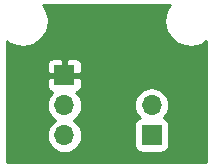
<source format=gbr>
G04 #@! TF.GenerationSoftware,KiCad,Pcbnew,(5.0.1)-4*
G04 #@! TF.CreationDate,2019-11-20T14:17:43-05:00*
G04 #@! TF.ProjectId,photodiode,70686F746F64696F64652E6B69636164,rev?*
G04 #@! TF.SameCoordinates,Original*
G04 #@! TF.FileFunction,Copper,L2,Bot,Signal*
G04 #@! TF.FilePolarity,Positive*
%FSLAX46Y46*%
G04 Gerber Fmt 4.6, Leading zero omitted, Abs format (unit mm)*
G04 Created by KiCad (PCBNEW (5.0.1)-4) date 11/20/2019 2:17:43 PM*
%MOMM*%
%LPD*%
G01*
G04 APERTURE LIST*
G04 #@! TA.AperFunction,ComponentPad*
%ADD10R,1.700000X1.700000*%
G04 #@! TD*
G04 #@! TA.AperFunction,ComponentPad*
%ADD11O,1.700000X1.700000*%
G04 #@! TD*
G04 #@! TA.AperFunction,ViaPad*
%ADD12C,0.800000*%
G04 #@! TD*
G04 #@! TA.AperFunction,Conductor*
%ADD13C,0.254000*%
G04 #@! TD*
G04 APERTURE END LIST*
D10*
G04 #@! TO.P,D1,1*
G04 #@! TO.N,VCC*
X111528860Y-76733400D03*
D11*
G04 #@! TO.P,D1,2*
G04 #@! TO.N,/A0*
X111528860Y-74193400D03*
G04 #@! TD*
D10*
G04 #@! TO.P,J1,1*
G04 #@! TO.N,GND*
X104140000Y-71675001D03*
D11*
G04 #@! TO.P,J1,2*
G04 #@! TO.N,/A0*
X104140000Y-74215001D03*
G04 #@! TO.P,J1,3*
G04 #@! TO.N,VCC*
X104140000Y-76755001D03*
G04 #@! TD*
D12*
G04 #@! TO.N,GND*
X107866180Y-75316080D03*
X106573320Y-77861160D03*
X109197140Y-77952600D03*
X106738420Y-73350120D03*
X109004100Y-73400920D03*
X107955080Y-71122540D03*
G04 #@! TD*
D13*
G04 #@! TO.N,GND*
G36*
X112946145Y-65856116D02*
X112748545Y-66240604D01*
X112629389Y-66656150D01*
X112593216Y-67086926D01*
X112641403Y-67516524D01*
X112772115Y-67928581D01*
X112980374Y-68307402D01*
X113258246Y-68638557D01*
X113595147Y-68909433D01*
X113978246Y-69109712D01*
X114392950Y-69231766D01*
X114823463Y-69270946D01*
X115253388Y-69225759D01*
X115666347Y-69097927D01*
X116046612Y-68892318D01*
X116145000Y-68810924D01*
X116145001Y-79061000D01*
X99247000Y-79061000D01*
X99247000Y-74215001D01*
X102647815Y-74215001D01*
X102676487Y-74506112D01*
X102761401Y-74786035D01*
X102899294Y-75044015D01*
X103084866Y-75270135D01*
X103310986Y-75455707D01*
X103365791Y-75485001D01*
X103310986Y-75514295D01*
X103084866Y-75699867D01*
X102899294Y-75925987D01*
X102761401Y-76183967D01*
X102676487Y-76463890D01*
X102647815Y-76755001D01*
X102676487Y-77046112D01*
X102761401Y-77326035D01*
X102899294Y-77584015D01*
X103084866Y-77810135D01*
X103310986Y-77995707D01*
X103568966Y-78133600D01*
X103848889Y-78218514D01*
X104067050Y-78240001D01*
X104212950Y-78240001D01*
X104431111Y-78218514D01*
X104711034Y-78133600D01*
X104969014Y-77995707D01*
X105195134Y-77810135D01*
X105380706Y-77584015D01*
X105518599Y-77326035D01*
X105603513Y-77046112D01*
X105632185Y-76755001D01*
X105603513Y-76463890D01*
X105518599Y-76183967D01*
X105380706Y-75925987D01*
X105195134Y-75699867D01*
X104969014Y-75514295D01*
X104914209Y-75485001D01*
X104969014Y-75455707D01*
X105195134Y-75270135D01*
X105380706Y-75044015D01*
X105518599Y-74786035D01*
X105603513Y-74506112D01*
X105632185Y-74215001D01*
X105630058Y-74193400D01*
X110036675Y-74193400D01*
X110065347Y-74484511D01*
X110150261Y-74764434D01*
X110288154Y-75022414D01*
X110473726Y-75248534D01*
X110503547Y-75273007D01*
X110434680Y-75293898D01*
X110324366Y-75352863D01*
X110227675Y-75432215D01*
X110148323Y-75528906D01*
X110089358Y-75639220D01*
X110053048Y-75758918D01*
X110040788Y-75883400D01*
X110040788Y-77583400D01*
X110053048Y-77707882D01*
X110089358Y-77827580D01*
X110148323Y-77937894D01*
X110227675Y-78034585D01*
X110324366Y-78113937D01*
X110434680Y-78172902D01*
X110554378Y-78209212D01*
X110678860Y-78221472D01*
X112378860Y-78221472D01*
X112503342Y-78209212D01*
X112623040Y-78172902D01*
X112733354Y-78113937D01*
X112830045Y-78034585D01*
X112909397Y-77937894D01*
X112968362Y-77827580D01*
X113004672Y-77707882D01*
X113016932Y-77583400D01*
X113016932Y-75883400D01*
X113004672Y-75758918D01*
X112968362Y-75639220D01*
X112909397Y-75528906D01*
X112830045Y-75432215D01*
X112733354Y-75352863D01*
X112623040Y-75293898D01*
X112554173Y-75273007D01*
X112583994Y-75248534D01*
X112769566Y-75022414D01*
X112907459Y-74764434D01*
X112992373Y-74484511D01*
X113021045Y-74193400D01*
X112992373Y-73902289D01*
X112907459Y-73622366D01*
X112769566Y-73364386D01*
X112583994Y-73138266D01*
X112357874Y-72952694D01*
X112099894Y-72814801D01*
X111819971Y-72729887D01*
X111601810Y-72708400D01*
X111455910Y-72708400D01*
X111237749Y-72729887D01*
X110957826Y-72814801D01*
X110699846Y-72952694D01*
X110473726Y-73138266D01*
X110288154Y-73364386D01*
X110150261Y-73622366D01*
X110065347Y-73902289D01*
X110036675Y-74193400D01*
X105630058Y-74193400D01*
X105603513Y-73923890D01*
X105518599Y-73643967D01*
X105380706Y-73385987D01*
X105195134Y-73159867D01*
X105167447Y-73137145D01*
X105175223Y-73135598D01*
X105290785Y-73087731D01*
X105394789Y-73018238D01*
X105483237Y-72929790D01*
X105552730Y-72825786D01*
X105600597Y-72710224D01*
X105625000Y-72587543D01*
X105625000Y-71960751D01*
X105466250Y-71802001D01*
X104267000Y-71802001D01*
X104267000Y-71822001D01*
X104013000Y-71822001D01*
X104013000Y-71802001D01*
X102813750Y-71802001D01*
X102655000Y-71960751D01*
X102655000Y-72587543D01*
X102679403Y-72710224D01*
X102727270Y-72825786D01*
X102796763Y-72929790D01*
X102885211Y-73018238D01*
X102989215Y-73087731D01*
X103104777Y-73135598D01*
X103112553Y-73137145D01*
X103084866Y-73159867D01*
X102899294Y-73385987D01*
X102761401Y-73643967D01*
X102676487Y-73923890D01*
X102647815Y-74215001D01*
X99247000Y-74215001D01*
X99247000Y-70762459D01*
X102655000Y-70762459D01*
X102655000Y-71389251D01*
X102813750Y-71548001D01*
X104013000Y-71548001D01*
X104013000Y-70348751D01*
X104267000Y-70348751D01*
X104267000Y-71548001D01*
X105466250Y-71548001D01*
X105625000Y-71389251D01*
X105625000Y-70762459D01*
X105600597Y-70639778D01*
X105552730Y-70524216D01*
X105483237Y-70420212D01*
X105394789Y-70331764D01*
X105290785Y-70262271D01*
X105175223Y-70214404D01*
X105052542Y-70190001D01*
X104425750Y-70190001D01*
X104267000Y-70348751D01*
X104013000Y-70348751D01*
X103854250Y-70190001D01*
X103227458Y-70190001D01*
X103104777Y-70214404D01*
X102989215Y-70262271D01*
X102885211Y-70331764D01*
X102796763Y-70420212D01*
X102727270Y-70524216D01*
X102679403Y-70639778D01*
X102655000Y-70762459D01*
X99247000Y-70762459D01*
X99247000Y-68809616D01*
X99371147Y-68909433D01*
X99754246Y-69109712D01*
X100168950Y-69231766D01*
X100599463Y-69270946D01*
X101029388Y-69225759D01*
X101442347Y-69097927D01*
X101822612Y-68892318D01*
X102155699Y-68616765D01*
X102428921Y-68281762D01*
X102631869Y-67900071D01*
X102756816Y-67486229D01*
X102799000Y-67056000D01*
X102798136Y-66994154D01*
X102743956Y-66565270D01*
X102607503Y-66155078D01*
X102393976Y-65779202D01*
X102342011Y-65719000D01*
X113054822Y-65719000D01*
X112946145Y-65856116D01*
X112946145Y-65856116D01*
G37*
X112946145Y-65856116D02*
X112748545Y-66240604D01*
X112629389Y-66656150D01*
X112593216Y-67086926D01*
X112641403Y-67516524D01*
X112772115Y-67928581D01*
X112980374Y-68307402D01*
X113258246Y-68638557D01*
X113595147Y-68909433D01*
X113978246Y-69109712D01*
X114392950Y-69231766D01*
X114823463Y-69270946D01*
X115253388Y-69225759D01*
X115666347Y-69097927D01*
X116046612Y-68892318D01*
X116145000Y-68810924D01*
X116145001Y-79061000D01*
X99247000Y-79061000D01*
X99247000Y-74215001D01*
X102647815Y-74215001D01*
X102676487Y-74506112D01*
X102761401Y-74786035D01*
X102899294Y-75044015D01*
X103084866Y-75270135D01*
X103310986Y-75455707D01*
X103365791Y-75485001D01*
X103310986Y-75514295D01*
X103084866Y-75699867D01*
X102899294Y-75925987D01*
X102761401Y-76183967D01*
X102676487Y-76463890D01*
X102647815Y-76755001D01*
X102676487Y-77046112D01*
X102761401Y-77326035D01*
X102899294Y-77584015D01*
X103084866Y-77810135D01*
X103310986Y-77995707D01*
X103568966Y-78133600D01*
X103848889Y-78218514D01*
X104067050Y-78240001D01*
X104212950Y-78240001D01*
X104431111Y-78218514D01*
X104711034Y-78133600D01*
X104969014Y-77995707D01*
X105195134Y-77810135D01*
X105380706Y-77584015D01*
X105518599Y-77326035D01*
X105603513Y-77046112D01*
X105632185Y-76755001D01*
X105603513Y-76463890D01*
X105518599Y-76183967D01*
X105380706Y-75925987D01*
X105195134Y-75699867D01*
X104969014Y-75514295D01*
X104914209Y-75485001D01*
X104969014Y-75455707D01*
X105195134Y-75270135D01*
X105380706Y-75044015D01*
X105518599Y-74786035D01*
X105603513Y-74506112D01*
X105632185Y-74215001D01*
X105630058Y-74193400D01*
X110036675Y-74193400D01*
X110065347Y-74484511D01*
X110150261Y-74764434D01*
X110288154Y-75022414D01*
X110473726Y-75248534D01*
X110503547Y-75273007D01*
X110434680Y-75293898D01*
X110324366Y-75352863D01*
X110227675Y-75432215D01*
X110148323Y-75528906D01*
X110089358Y-75639220D01*
X110053048Y-75758918D01*
X110040788Y-75883400D01*
X110040788Y-77583400D01*
X110053048Y-77707882D01*
X110089358Y-77827580D01*
X110148323Y-77937894D01*
X110227675Y-78034585D01*
X110324366Y-78113937D01*
X110434680Y-78172902D01*
X110554378Y-78209212D01*
X110678860Y-78221472D01*
X112378860Y-78221472D01*
X112503342Y-78209212D01*
X112623040Y-78172902D01*
X112733354Y-78113937D01*
X112830045Y-78034585D01*
X112909397Y-77937894D01*
X112968362Y-77827580D01*
X113004672Y-77707882D01*
X113016932Y-77583400D01*
X113016932Y-75883400D01*
X113004672Y-75758918D01*
X112968362Y-75639220D01*
X112909397Y-75528906D01*
X112830045Y-75432215D01*
X112733354Y-75352863D01*
X112623040Y-75293898D01*
X112554173Y-75273007D01*
X112583994Y-75248534D01*
X112769566Y-75022414D01*
X112907459Y-74764434D01*
X112992373Y-74484511D01*
X113021045Y-74193400D01*
X112992373Y-73902289D01*
X112907459Y-73622366D01*
X112769566Y-73364386D01*
X112583994Y-73138266D01*
X112357874Y-72952694D01*
X112099894Y-72814801D01*
X111819971Y-72729887D01*
X111601810Y-72708400D01*
X111455910Y-72708400D01*
X111237749Y-72729887D01*
X110957826Y-72814801D01*
X110699846Y-72952694D01*
X110473726Y-73138266D01*
X110288154Y-73364386D01*
X110150261Y-73622366D01*
X110065347Y-73902289D01*
X110036675Y-74193400D01*
X105630058Y-74193400D01*
X105603513Y-73923890D01*
X105518599Y-73643967D01*
X105380706Y-73385987D01*
X105195134Y-73159867D01*
X105167447Y-73137145D01*
X105175223Y-73135598D01*
X105290785Y-73087731D01*
X105394789Y-73018238D01*
X105483237Y-72929790D01*
X105552730Y-72825786D01*
X105600597Y-72710224D01*
X105625000Y-72587543D01*
X105625000Y-71960751D01*
X105466250Y-71802001D01*
X104267000Y-71802001D01*
X104267000Y-71822001D01*
X104013000Y-71822001D01*
X104013000Y-71802001D01*
X102813750Y-71802001D01*
X102655000Y-71960751D01*
X102655000Y-72587543D01*
X102679403Y-72710224D01*
X102727270Y-72825786D01*
X102796763Y-72929790D01*
X102885211Y-73018238D01*
X102989215Y-73087731D01*
X103104777Y-73135598D01*
X103112553Y-73137145D01*
X103084866Y-73159867D01*
X102899294Y-73385987D01*
X102761401Y-73643967D01*
X102676487Y-73923890D01*
X102647815Y-74215001D01*
X99247000Y-74215001D01*
X99247000Y-70762459D01*
X102655000Y-70762459D01*
X102655000Y-71389251D01*
X102813750Y-71548001D01*
X104013000Y-71548001D01*
X104013000Y-70348751D01*
X104267000Y-70348751D01*
X104267000Y-71548001D01*
X105466250Y-71548001D01*
X105625000Y-71389251D01*
X105625000Y-70762459D01*
X105600597Y-70639778D01*
X105552730Y-70524216D01*
X105483237Y-70420212D01*
X105394789Y-70331764D01*
X105290785Y-70262271D01*
X105175223Y-70214404D01*
X105052542Y-70190001D01*
X104425750Y-70190001D01*
X104267000Y-70348751D01*
X104013000Y-70348751D01*
X103854250Y-70190001D01*
X103227458Y-70190001D01*
X103104777Y-70214404D01*
X102989215Y-70262271D01*
X102885211Y-70331764D01*
X102796763Y-70420212D01*
X102727270Y-70524216D01*
X102679403Y-70639778D01*
X102655000Y-70762459D01*
X99247000Y-70762459D01*
X99247000Y-68809616D01*
X99371147Y-68909433D01*
X99754246Y-69109712D01*
X100168950Y-69231766D01*
X100599463Y-69270946D01*
X101029388Y-69225759D01*
X101442347Y-69097927D01*
X101822612Y-68892318D01*
X102155699Y-68616765D01*
X102428921Y-68281762D01*
X102631869Y-67900071D01*
X102756816Y-67486229D01*
X102799000Y-67056000D01*
X102798136Y-66994154D01*
X102743956Y-66565270D01*
X102607503Y-66155078D01*
X102393976Y-65779202D01*
X102342011Y-65719000D01*
X113054822Y-65719000D01*
X112946145Y-65856116D01*
G04 #@! TD*
M02*

</source>
